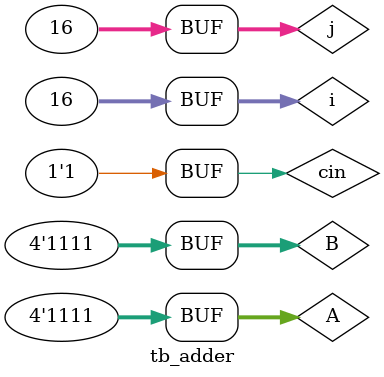
<source format=v>
module tb_adder;
  // Inputs
  reg [3:0] A;
  reg [3:0] B;
  reg cin;
  // Outputs
  wire [3:0] S;
  wire cout;
  integer i,j,error;
  
  // Instantiate the Adder Under Test
  carry_select_adder #(
    .N(4)
    )test(
        .A(A), 
        .B(B), 
        .cin(cin), 
        .S(S), 
        .cout(cout)
    );

//all the input combinations are tested here.
//the number of errors are recorded in the signal named "error". 
  initial begin
    // Intialize Inputs
    A = 0;
    B = 0;
    error = 0;
    //for carry in = 0
    cin = 0;
  for(i=0;i<16;i=i+1) begin
            for(j=0;j<16;j=j+1) begin
                 A = i;
                 B = j;
                 #10;
                 if({cout,S} != (i+j)) 
                      error <= error + 1;
            end  
      end
      //for carry in =1
      cin = 1; 
    for(i=0;i<16;i=i+1) begin
            for(j=0;j<16;j=j+1) begin
                 A = i;
                 B = j;
                 #10;
                 if({cout,S} != (i+j+1)) 
                      error <= error + 1;
            end  
      end 
   end
    
endmodule
</source>
